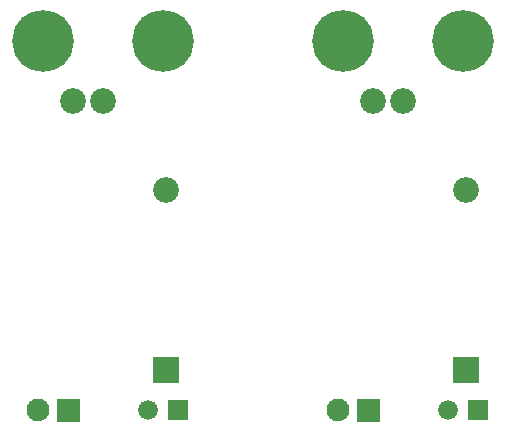
<source format=gbr>
G04 start of page 7 for group -4062 idx -4062 *
G04 Title: (unknown), soldermask *
G04 Creator: pcb 20110918 *
G04 CreationDate: Thu Mar  7 19:55:58 2013 UTC *
G04 For: fosse *
G04 Format: Gerber/RS-274X *
G04 PCB-Dimensions: 200000 200000 *
G04 PCB-Coordinate-Origin: lower left *
%MOIN*%
%FSLAX25Y25*%
%LNBOTTOMMASK*%
%ADD54C,0.0860*%
%ADD53C,0.0660*%
%ADD52C,0.0760*%
%ADD51C,0.0001*%
%ADD50C,0.2060*%
G54D50*X31000Y156860D03*
X71000D03*
X131000D03*
X171000D03*
G54D51*G36*
X67700Y51660D02*Y43060D01*
X76300D01*
Y51660D01*
X67700D01*
G37*
G36*
X35700Y37660D02*Y30060D01*
X43300D01*
Y37660D01*
X35700D01*
G37*
G54D52*X29500Y33860D03*
G54D51*G36*
X72700Y37160D02*Y30560D01*
X79300D01*
Y37160D01*
X72700D01*
G37*
G54D53*X66000Y33860D03*
G54D54*X72000Y107360D03*
X41000Y136860D03*
X51000D03*
G54D51*G36*
X167700Y51660D02*Y43060D01*
X176300D01*
Y51660D01*
X167700D01*
G37*
G36*
X172700Y37160D02*Y30560D01*
X179300D01*
Y37160D01*
X172700D01*
G37*
G54D53*X166000Y33860D03*
G54D54*X172000Y107360D03*
X141000Y136860D03*
X151000D03*
G54D51*G36*
X135700Y37660D02*Y30060D01*
X143300D01*
Y37660D01*
X135700D01*
G37*
G54D52*X129500Y33860D03*
M02*

</source>
